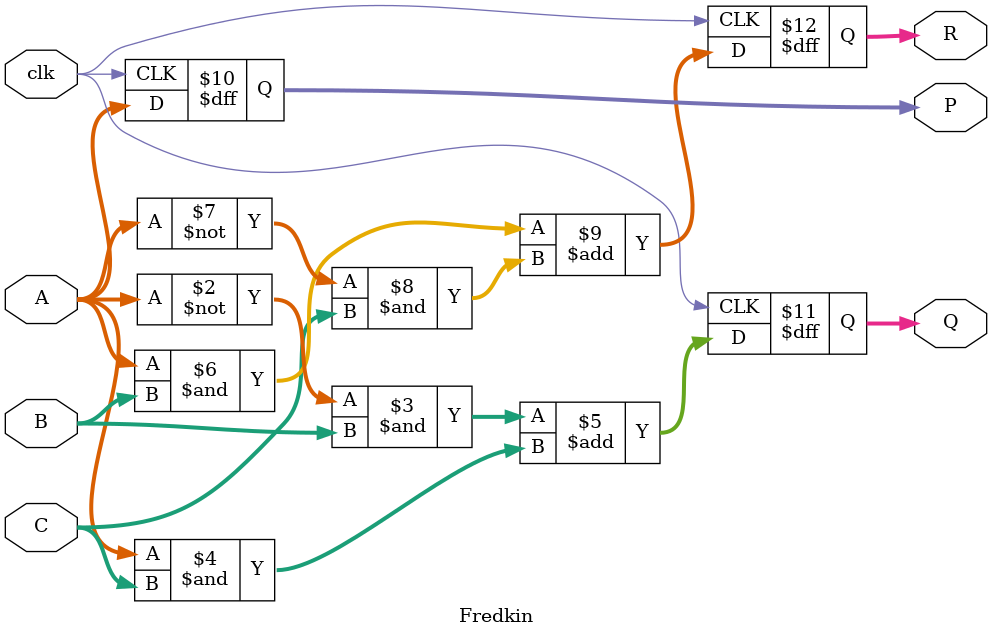
<source format=v>
module Fredkin (
    input clk,
    input [31:0] A,
    input [31:0] B,
    input [31:0] C,
    output reg [31:0] P,
    output reg [31:0] Q,
    output reg [31:0] R
);

always @ (posedge clk) begin
    P <= A;                            // Output P = A
    Q <= (~A & B) + (A & C);           // Output Q = ~(A & B) ^ (A & C)
    R <= (A & B) + (~A & C);           // Output R = (A & B) ^ ~(A & C)
end

endmodule
</source>
